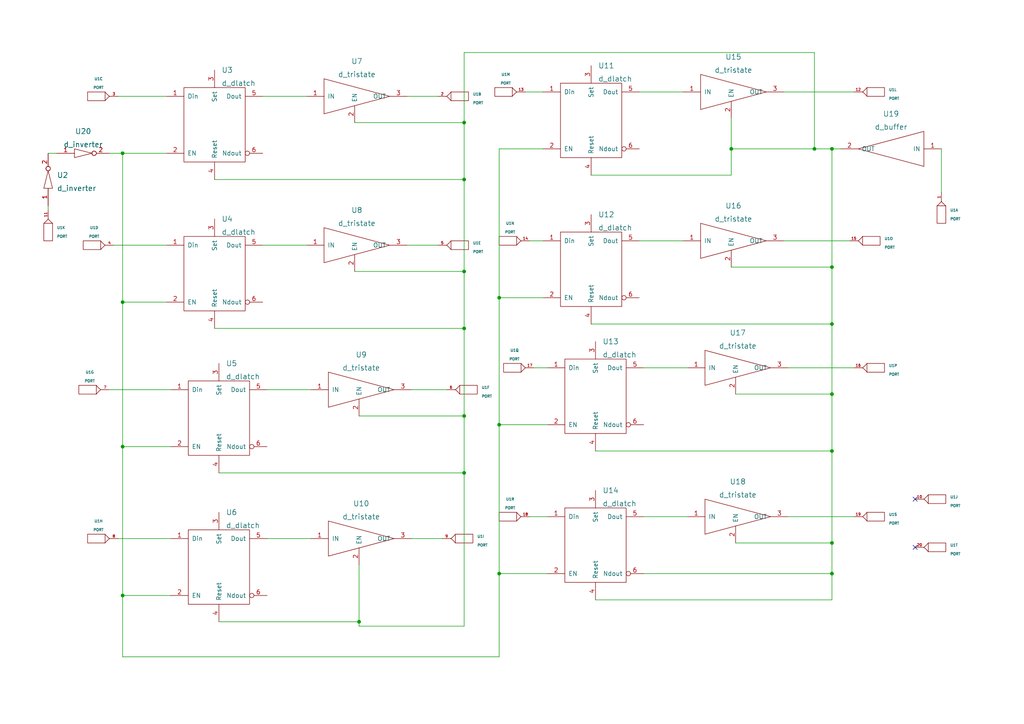
<source format=kicad_sch>
(kicad_sch (version 20211123) (generator eeschema)
  (paper "A4")
  (lib_symbols
    (symbol "eSim_Digital:d_buffer" (pin_names (offset 1.016))
      (property "Reference" "U" (at 0 -1.27 0))
      (property "Value" "d_buffer" (at 0 1.27 0))
      (symbol "d_buffer_0_1"
        (polyline (pts (xy -7.62 5.08) (xy -7.62 -5.08) (xy 11.43 0) (xy -7.62 5.08)))
      )
      (symbol "d_buffer_1_1"
        (pin input line (at -12.7 0 0) (length 5.08) (name "IN") (number "1"))
        (pin output line (at 16.51 0 180) (length 5.08) (name "OUT") (number "2"))
      )
    )
    (symbol "eSim_Digital:d_dlatch" (pin_names (offset 1.016))
      (property "Reference" "U" (at 0 0 0))
      (property "Value" "d_dlatch" (at 0 3.81 0))
      (symbol "d_dlatch_0_1"
        (rectangle (start 8.89 11.43) (end -8.89 -10.16))
      )
      (symbol "d_dlatch_1_1"
        (pin input line (at -13.97 8.89 0) (length 5.08) (name "Din") (number "1"))
        (pin input line (at -13.97 -7.62 0) (length 5.08) (name "EN") (number "2"))
        (pin input line (at 0 16.51 270) (length 5.08) (name "Set") (number "3"))
        (pin input line (at 0 -15.24 90) (length 5.08) (name "Reset") (number "4"))
        (pin output line (at 13.97 8.89 180) (length 5.08) (name "Dout") (number "5"))
        (pin output inverted (at 13.97 -7.62 180) (length 5.08) (name "Ndout") (number "6"))
      )
    )
    (symbol "eSim_Digital:d_inverter" (pin_names (offset 1.016))
      (property "Reference" "U" (at 0 -2.54 0))
      (property "Value" "d_inverter" (at 0 3.81 0))
      (symbol "d_inverter_0_1"
        (polyline (pts (xy -2.54 1.27) (xy -2.54 -1.27) (xy 2.54 0) (xy -2.54 1.27)))
      )
      (symbol "d_inverter_1_1"
        (pin input line (at -7.62 0 0) (length 5.08) (name "~") (number "1"))
        (pin output inverted (at 7.62 0 180) (length 5.08) (name "~") (number "2"))
      )
    )
    (symbol "eSim_Digital:d_tristate" (pin_names (offset 1.016))
      (property "Reference" "U" (at -6.35 6.35 0))
      (property "Value" "d_tristate" (at -5.08 11.43 0))
      (symbol "d_tristate_0_1"
        (polyline (pts (xy -10.16 13.97) (xy -10.16 3.81) (xy 8.89 8.89) (xy -10.16 13.97)))
      )
      (symbol "d_tristate_1_1"
        (pin input line (at -15.24 8.89 0) (length 5.08) (name "IN") (number "1"))
        (pin input line (at -1.27 1.27 90) (length 4.9022) (name "EN") (number "2"))
        (pin output line (at 13.97 8.89 180) (length 5.08) (name "OUT") (number "3"))
      )
    )
    (symbol "eSim_Miscellaneous:PORT" (pin_names (offset 1.016))
      (property "Reference" "U" (at 1.27 2.54 0))
      (property "Value" "PORT" (at 0 0 0))
      (symbol "PORT_0_1"
        (rectangle (start -2.54 1.27) (end 2.54 -1.27))
        (arc (start 2.54 1.27) (mid 3.1355 0.5955) (end 3.81 0))
        (arc (start 3.81 0) (mid 3.1447 -0.6046) (end 2.54 -1.27))
      )
      (symbol "PORT_1_1"
        (pin bidirectional line (at 6.35 0 180) (length 2.54) (name "~") (number "1"))
      )
      (symbol "PORT_2_1"
        (pin bidirectional line (at 6.35 0 180) (length 2.54) (name "~") (number "2"))
      )
      (symbol "PORT_3_1"
        (pin bidirectional line (at 6.35 0 180) (length 2.54) (name "~") (number "3"))
      )
      (symbol "PORT_4_1"
        (pin bidirectional line (at 6.35 0 180) (length 2.54) (name "~") (number "4"))
      )
      (symbol "PORT_5_1"
        (pin bidirectional line (at 6.35 0 180) (length 2.54) (name "~") (number "5"))
      )
      (symbol "PORT_6_1"
        (pin bidirectional line (at 6.35 0 180) (length 2.54) (name "~") (number "6"))
      )
      (symbol "PORT_7_1"
        (pin bidirectional line (at 6.35 0 180) (length 2.54) (name "~") (number "7"))
      )
      (symbol "PORT_8_1"
        (pin bidirectional line (at 6.35 0 180) (length 2.54) (name "~") (number "8"))
      )
      (symbol "PORT_9_1"
        (pin bidirectional line (at 6.35 0 180) (length 2.54) (name "~") (number "9"))
      )
      (symbol "PORT_10_1"
        (pin bidirectional line (at 6.35 0 180) (length 2.54) (name "~") (number "10"))
      )
      (symbol "PORT_11_1"
        (pin bidirectional line (at 6.35 0 180) (length 2.54) (name "~") (number "11"))
      )
      (symbol "PORT_12_1"
        (pin bidirectional line (at 6.35 0 180) (length 2.54) (name "~") (number "12"))
      )
      (symbol "PORT_13_1"
        (pin bidirectional line (at 6.35 0 180) (length 2.54) (name "~") (number "13"))
      )
      (symbol "PORT_14_1"
        (pin bidirectional line (at 6.35 0 180) (length 2.54) (name "~") (number "14"))
      )
      (symbol "PORT_15_1"
        (pin bidirectional line (at 6.35 0 180) (length 2.54) (name "~") (number "15"))
      )
      (symbol "PORT_16_1"
        (pin bidirectional line (at 6.35 0 180) (length 2.54) (name "~") (number "16"))
      )
      (symbol "PORT_17_1"
        (pin bidirectional line (at 6.35 0 180) (length 2.54) (name "~") (number "17"))
      )
      (symbol "PORT_18_1"
        (pin bidirectional line (at 6.35 0 180) (length 2.54) (name "~") (number "18"))
      )
      (symbol "PORT_19_1"
        (pin bidirectional line (at 6.35 0 180) (length 2.54) (name "~") (number "19"))
      )
      (symbol "PORT_20_1"
        (pin bidirectional line (at 6.35 0 180) (length 2.54) (name "~") (number "20"))
      )
      (symbol "PORT_21_1"
        (pin bidirectional line (at 6.35 0 180) (length 2.54) (name "~") (number "21"))
      )
      (symbol "PORT_22_1"
        (pin bidirectional line (at 6.35 0 180) (length 2.54) (name "~") (number "22"))
      )
      (symbol "PORT_23_1"
        (pin bidirectional line (at 6.35 0 180) (length 2.54) (name "~") (number "23"))
      )
      (symbol "PORT_24_1"
        (pin bidirectional line (at 6.35 0 180) (length 2.54) (name "~") (number "24"))
      )
      (symbol "PORT_25_1"
        (pin bidirectional line (at 6.35 0 180) (length 2.54) (name "~") (number "25"))
      )
      (symbol "PORT_26_1"
        (pin bidirectional line (at 6.35 0 180) (length 2.54) (name "~") (number "26"))
      )
    )
  )
  (junction (at 241.3 157.48))
  (junction (at 144.78 86.36))
  (junction (at 241.3 43.18))
  (junction (at 35.56 87.63))
  (junction (at 134.62 52.07))
  (junction (at 104.14 180.34))
  (junction (at 35.56 44.45))
  (junction (at 134.62 95.25))
  (junction (at 134.62 120.65))
  (junction (at 144.78 123.19))
  (junction (at 241.3 114.3))
  (junction (at 134.62 137.16))
  (junction (at 35.56 129.54))
  (junction (at 212.09 43.18))
  (junction (at 35.56 172.72))
  (junction (at 134.62 78.74))
  (junction (at 144.78 166.37))
  (junction (at 241.3 77.47))
  (junction (at 236.22 43.18))
  (junction (at 241.3 166.37))
  (junction (at 241.3 93.98))
  (junction (at 241.3 130.81))
  (junction (at 134.62 35.56))
  (no_connect (at 265.43 158.75))
  (no_connect (at 265.43 144.78))
  (wire (pts (xy 77.47 156.21) (xy 90.17 156.21)))
  (wire (pts (xy 134.62 52.07) (xy 134.62 78.74)))
  (wire (pts (xy 134.62 35.56) (xy 134.62 15.24)))
  (wire (pts (xy 134.62 95.25) (xy 134.62 120.65)))
  (wire (pts (xy 241.3 93.98) (xy 241.3 77.47)))
  (wire (pts (xy 212.09 50.8) (xy 212.09 43.18)))
  (wire (pts (xy 157.48 43.18) (xy 144.78 43.18)))
  (wire (pts (xy 77.47 113.03) (xy 90.17 113.03)))
  (wire (pts (xy 144.78 86.36) (xy 157.48 86.36)))
  (wire (pts (xy 186.69 106.68) (xy 199.39 106.68)))
  (wire (pts (xy 35.56 172.72) (xy 49.53 172.72)))
  (wire (pts (xy 241.3 77.47) (xy 241.3 43.18)))
  (wire (pts (xy 35.56 44.45) (xy 48.26 44.45)))
  (wire (pts (xy 171.45 93.98) (xy 241.3 93.98)))
  (wire (pts (xy 102.87 35.56) (xy 134.62 35.56)))
  (wire (pts (xy 118.11 27.94) (xy 127 27.94)))
  (wire (pts (xy 228.6 149.86) (xy 247.65 149.86)))
  (wire (pts (xy 102.87 78.74) (xy 134.62 78.74)))
  (wire (pts (xy 171.45 50.8) (xy 212.09 50.8)))
  (wire (pts (xy 144.78 86.36) (xy 144.78 123.19)))
  (wire (pts (xy 63.5 137.16) (xy 134.62 137.16)))
  (wire (pts (xy 144.78 166.37) (xy 158.75 166.37)))
  (wire (pts (xy 13.97 44.45) (xy 16.51 44.45)))
  (wire (pts (xy 119.38 156.21) (xy 128.27 156.21)))
  (wire (pts (xy 241.3 173.99) (xy 241.3 166.37)))
  (wire (pts (xy 144.78 123.19) (xy 144.78 166.37)))
  (wire (pts (xy 236.22 43.18) (xy 212.09 43.18)))
  (wire (pts (xy 241.3 130.81) (xy 241.3 114.3)))
  (wire (pts (xy 104.14 180.34) (xy 104.14 181.61)))
  (wire (pts (xy 31.75 113.03) (xy 49.53 113.03)))
  (wire (pts (xy 35.56 44.45) (xy 35.56 87.63)))
  (wire (pts (xy 76.2 27.94) (xy 88.9 27.94)))
  (wire (pts (xy 104.14 181.61) (xy 134.62 181.61)))
  (wire (pts (xy 144.78 43.18) (xy 144.78 86.36)))
  (wire (pts (xy 212.09 43.18) (xy 212.09 34.29)))
  (wire (pts (xy 62.23 95.25) (xy 134.62 95.25)))
  (wire (pts (xy 34.29 27.94) (xy 48.26 27.94)))
  (wire (pts (xy 213.36 114.3) (xy 241.3 114.3)))
  (wire (pts (xy 241.3 114.3) (xy 241.3 93.98)))
  (wire (pts (xy 241.3 157.48) (xy 241.3 130.81)))
  (wire (pts (xy 172.72 130.81) (xy 241.3 130.81)))
  (wire (pts (xy 104.14 120.65) (xy 134.62 120.65)))
  (wire (pts (xy 63.5 180.34) (xy 104.14 180.34)))
  (wire (pts (xy 35.56 87.63) (xy 35.56 129.54)))
  (wire (pts (xy 186.69 166.37) (xy 241.3 166.37)))
  (wire (pts (xy 144.78 123.19) (xy 158.75 123.19)))
  (wire (pts (xy 31.75 44.45) (xy 35.56 44.45)))
  (wire (pts (xy 34.29 156.21) (xy 49.53 156.21)))
  (wire (pts (xy 144.78 166.37) (xy 144.78 190.5)))
  (wire (pts (xy 118.11 71.12) (xy 127 71.12)))
  (wire (pts (xy 76.2 71.12) (xy 88.9 71.12)))
  (wire (pts (xy 62.23 52.07) (xy 134.62 52.07)))
  (wire (pts (xy 172.72 173.99) (xy 241.3 173.99)))
  (wire (pts (xy 227.33 69.85) (xy 246.38 69.85)))
  (wire (pts (xy 236.22 15.24) (xy 236.22 43.18)))
  (wire (pts (xy 213.36 157.48) (xy 241.3 157.48)))
  (wire (pts (xy 35.56 129.54) (xy 49.53 129.54)))
  (wire (pts (xy 186.69 149.86) (xy 199.39 149.86)))
  (wire (pts (xy 273.05 43.18) (xy 273.05 55.88)))
  (wire (pts (xy 241.3 166.37) (xy 241.3 157.48)))
  (wire (pts (xy 228.6 106.68) (xy 247.65 106.68)))
  (wire (pts (xy 153.67 69.85) (xy 157.48 69.85)))
  (wire (pts (xy 227.33 26.67) (xy 247.65 26.67)))
  (wire (pts (xy 144.78 190.5) (xy 35.56 190.5)))
  (wire (pts (xy 104.14 163.83) (xy 104.14 180.34)))
  (wire (pts (xy 241.3 43.18) (xy 236.22 43.18)))
  (wire (pts (xy 134.62 120.65) (xy 134.62 137.16)))
  (wire (pts (xy 154.94 106.68) (xy 158.75 106.68)))
  (wire (pts (xy 13.97 59.69) (xy 13.97 60.96)))
  (wire (pts (xy 134.62 52.07) (xy 134.62 35.56)))
  (wire (pts (xy 35.56 172.72) (xy 35.56 190.5)))
  (wire (pts (xy 134.62 137.16) (xy 134.62 181.61)))
  (wire (pts (xy 153.67 149.86) (xy 158.75 149.86)))
  (wire (pts (xy 243.84 43.18) (xy 241.3 43.18)))
  (wire (pts (xy 134.62 15.24) (xy 236.22 15.24)))
  (wire (pts (xy 35.56 129.54) (xy 35.56 172.72)))
  (wire (pts (xy 185.42 69.85) (xy 198.12 69.85)))
  (wire (pts (xy 185.42 26.67) (xy 198.12 26.67)))
  (wire (pts (xy 119.38 113.03) (xy 129.54 113.03)))
  (wire (pts (xy 212.09 77.47) (xy 241.3 77.47)))
  (wire (pts (xy 134.62 78.74) (xy 134.62 95.25)))
  (wire (pts (xy 33.02 71.12) (xy 48.26 71.12)))
  (wire (pts (xy 35.56 87.63) (xy 48.26 87.63)))
  (wire (pts (xy 152.4 26.67) (xy 157.48 26.67)))
  (symbol (lib_id "eSim_Digital:d_tristate") (at 104.14 80.01 0) (unit 1)
    (property "Reference" "U8" (at 103.505 60.96 0) (effects (font (size 1.524 1.524))))
    (property "Value" "d_tristate" (at 103.505 64.77 0) (effects (font (size 1.524 1.524))))
  )
  (symbol (lib_id "eSim_Digital:d_dlatch") (at 172.72 158.75 0) (unit 1)
    (property "Reference" "U14" (at 174.7394 142.24 0) (effects (font (size 1.524 1.524)) (justify left)))
    (property "Value" "d_dlatch" (at 174.7394 146.05 0) (effects (font (size 1.524 1.524)) (justify left)))
  )
  (symbol (lib_id "eSim_Digital:d_tristate") (at 214.63 115.57 0) (unit 1)
    (property "Reference" "U17" (at 213.995 96.52 0) (effects (font (size 1.524 1.524))))
    (property "Value" "d_tristate" (at 213.995 100.33 0) (effects (font (size 1.524 1.524))))
  )
  (symbol (lib_id "eSim_Digital:d_tristate") (at 213.36 35.56 0) (unit 1)
    (property "Reference" "U15" (at 212.725 16.51 0) (effects (font (size 1.524 1.524))))
    (property "Value" "d_tristate" (at 212.725 20.32 0) (effects (font (size 1.524 1.524))))
  )
  (symbol (lib_id "eSim_Miscellaneous:PORT") (at 27.94 27.94 0) (unit 3)
    (property "Reference" "U1" (at 28.575 22.86 0) (effects (font (size 0.762 0.762))))
    (property "Value" "PORT" (at 28.575 25.4 0) (effects (font (size 0.762 0.762))))
  )
  (symbol (lib_id "eSim_Miscellaneous:PORT") (at 254 106.68 180) (unit 16)
    (property "Reference" "U1" (at 257.81 106.045 0) (effects (font (size 0.762 0.762)) (justify right)))
    (property "Value" "PORT" (at 257.81 108.585 0) (effects (font (size 0.762 0.762)) (justify right)))
  )
  (symbol (lib_id "eSim_Digital:d_dlatch") (at 172.72 115.57 0) (unit 1)
    (property "Reference" "U13" (at 174.7394 99.06 0) (effects (font (size 1.524 1.524)) (justify left)))
    (property "Value" "d_dlatch" (at 174.7394 102.87 0) (effects (font (size 1.524 1.524)) (justify left)))
  )
  (symbol (lib_id "eSim_Digital:d_tristate") (at 213.36 78.74 0) (unit 1)
    (property "Reference" "U16" (at 212.725 59.69 0) (effects (font (size 1.524 1.524))))
    (property "Value" "d_tristate" (at 212.725 63.5 0) (effects (font (size 1.524 1.524))))
  )
  (symbol (lib_id "eSim_Miscellaneous:PORT") (at 148.59 106.68 0) (unit 17)
    (property "Reference" "U1" (at 149.225 101.6 0) (effects (font (size 0.762 0.762))))
    (property "Value" "PORT" (at 149.225 104.14 0) (effects (font (size 0.762 0.762))))
  )
  (symbol (lib_id "eSim_Miscellaneous:PORT") (at 146.05 26.67 0) (unit 13)
    (property "Reference" "U1" (at 146.685 21.59 0) (effects (font (size 0.762 0.762))))
    (property "Value" "PORT" (at 146.685 24.13 0) (effects (font (size 0.762 0.762))))
  )
  (symbol (lib_id "eSim_Miscellaneous:PORT") (at 133.35 27.94 180) (unit 2)
    (property "Reference" "U1" (at 137.16 27.305 0) (effects (font (size 0.762 0.762)) (justify right)))
    (property "Value" "PORT" (at 137.16 29.845 0) (effects (font (size 0.762 0.762)) (justify right)))
  )
  (symbol (lib_id "eSim_Miscellaneous:PORT") (at 252.73 69.85 180) (unit 15)
    (property "Reference" "U1" (at 256.54 69.215 0) (effects (font (size 0.762 0.762)) (justify right)))
    (property "Value" "PORT" (at 256.54 71.755 0) (effects (font (size 0.762 0.762)) (justify right)))
  )
  (symbol (lib_id "eSim_Miscellaneous:PORT") (at 13.97 67.31 90) (unit 11)
    (property "Reference" "U1" (at 16.51 66.04 90) (effects (font (size 0.762 0.762)) (justify right)))
    (property "Value" "PORT" (at 16.51 68.58 90) (effects (font (size 0.762 0.762)) (justify right)))
  )
  (symbol (lib_id "eSim_Miscellaneous:PORT") (at 147.32 149.86 0) (unit 18)
    (property "Reference" "U1" (at 147.955 144.78 0) (effects (font (size 0.762 0.762))))
    (property "Value" "PORT" (at 147.955 147.32 0) (effects (font (size 0.762 0.762))))
  )
  (symbol (lib_id "eSim_Digital:d_inverter") (at 24.13 44.45 0) (unit 1)
    (property "Reference" "U20" (at 24.13 38.1 0) (effects (font (size 1.524 1.524))))
    (property "Value" "d_inverter" (at 24.13 41.91 0) (effects (font (size 1.524 1.524))))
  )
  (symbol (lib_id "eSim_Miscellaneous:PORT") (at 135.89 113.03 180) (unit 6)
    (property "Reference" "U1" (at 139.7 112.395 0) (effects (font (size 0.762 0.762)) (justify right)))
    (property "Value" "PORT" (at 139.7 114.935 0) (effects (font (size 0.762 0.762)) (justify right)))
  )
  (symbol (lib_id "eSim_Miscellaneous:PORT") (at 271.78 144.78 180) (unit 10)
    (property "Reference" "U1" (at 275.59 144.145 0) (effects (font (size 0.762 0.762)) (justify right)))
    (property "Value" "PORT" (at 275.59 146.685 0) (effects (font (size 0.762 0.762)) (justify right)))
  )
  (symbol (lib_id "eSim_Digital:d_inverter") (at 13.97 52.07 90) (unit 1)
    (property "Reference" "U2" (at 16.51 50.8 90) (effects (font (size 1.524 1.524)) (justify right)))
    (property "Value" "d_inverter" (at 16.51 54.61 90) (effects (font (size 1.524 1.524)) (justify right)))
  )
  (symbol (lib_id "eSim_Digital:d_tristate") (at 104.14 36.83 0) (unit 1)
    (property "Reference" "U7" (at 103.505 17.78 0) (effects (font (size 1.524 1.524))))
    (property "Value" "d_tristate" (at 103.505 21.59 0) (effects (font (size 1.524 1.524))))
  )
  (symbol (lib_id "eSim_Digital:d_dlatch") (at 63.5 165.1 0) (unit 1)
    (property "Reference" "U6" (at 65.5194 148.59 0) (effects (font (size 1.524 1.524)) (justify left)))
    (property "Value" "d_dlatch" (at 65.5194 152.4 0) (effects (font (size 1.524 1.524)) (justify left)))
  )
  (symbol (lib_id "eSim_Miscellaneous:PORT") (at 273.05 62.23 90) (unit 1)
    (property "Reference" "U1" (at 275.59 60.96 90) (effects (font (size 0.762 0.762)) (justify right)))
    (property "Value" "PORT" (at 275.59 63.5 90) (effects (font (size 0.762 0.762)) (justify right)))
  )
  (symbol (lib_id "eSim_Miscellaneous:PORT") (at 254 149.86 180) (unit 19)
    (property "Reference" "U1" (at 257.81 149.225 0) (effects (font (size 0.762 0.762)) (justify right)))
    (property "Value" "PORT" (at 257.81 151.765 0) (effects (font (size 0.762 0.762)) (justify right)))
  )
  (symbol (lib_id "eSim_Miscellaneous:PORT") (at 134.62 156.21 180) (unit 9)
    (property "Reference" "U1" (at 138.43 155.575 0) (effects (font (size 0.762 0.762)) (justify right)))
    (property "Value" "PORT" (at 138.43 158.115 0) (effects (font (size 0.762 0.762)) (justify right)))
  )
  (symbol (lib_id "eSim_Miscellaneous:PORT") (at 133.35 71.12 180) (unit 5)
    (property "Reference" "U1" (at 137.16 70.485 0) (effects (font (size 0.762 0.762)) (justify right)))
    (property "Value" "PORT" (at 137.16 73.025 0) (effects (font (size 0.762 0.762)) (justify right)))
  )
  (symbol (lib_id "eSim_Digital:d_dlatch") (at 171.45 35.56 0) (unit 1)
    (property "Reference" "U11" (at 173.4694 19.05 0) (effects (font (size 1.524 1.524)) (justify left)))
    (property "Value" "d_dlatch" (at 173.4694 22.86 0) (effects (font (size 1.524 1.524)) (justify left)))
  )
  (symbol (lib_id "eSim_Digital:d_tristate") (at 105.41 165.1 0) (unit 1)
    (property "Reference" "U10" (at 104.775 146.05 0) (effects (font (size 1.524 1.524))))
    (property "Value" "d_tristate" (at 104.775 149.86 0) (effects (font (size 1.524 1.524))))
  )
  (symbol (lib_id "eSim_Digital:d_tristate") (at 214.63 158.75 0) (unit 1)
    (property "Reference" "U18" (at 213.995 139.7 0) (effects (font (size 1.524 1.524))))
    (property "Value" "d_tristate" (at 213.995 143.51 0) (effects (font (size 1.524 1.524))))
  )
  (symbol (lib_id "eSim_Miscellaneous:PORT") (at 254 26.67 180) (unit 12)
    (property "Reference" "U1" (at 257.81 26.035 0) (effects (font (size 0.762 0.762)) (justify right)))
    (property "Value" "PORT" (at 257.81 28.575 0) (effects (font (size 0.762 0.762)) (justify right)))
  )
  (symbol (lib_id "eSim_Miscellaneous:PORT") (at 26.67 71.12 0) (unit 4)
    (property "Reference" "U1" (at 27.305 66.04 0) (effects (font (size 0.762 0.762))))
    (property "Value" "PORT" (at 27.305 68.58 0) (effects (font (size 0.762 0.762))))
  )
  (symbol (lib_id "eSim_Digital:d_dlatch") (at 63.5 121.92 0) (unit 1)
    (property "Reference" "U5" (at 65.5194 105.41 0) (effects (font (size 1.524 1.524)) (justify left)))
    (property "Value" "d_dlatch" (at 65.5194 109.22 0) (effects (font (size 1.524 1.524)) (justify left)))
  )
  (symbol (lib_id "eSim_Miscellaneous:PORT") (at 25.4 113.03 0) (unit 7)
    (property "Reference" "U1" (at 26.035 107.95 0) (effects (font (size 0.762 0.762))))
    (property "Value" "PORT" (at 26.035 110.49 0) (effects (font (size 0.762 0.762))))
  )
  (symbol (lib_id "eSim_Digital:d_dlatch") (at 62.23 80.01 0) (unit 1)
    (property "Reference" "U4" (at 64.2494 63.5 0) (effects (font (size 1.524 1.524)) (justify left)))
    (property "Value" "d_dlatch" (at 64.2494 67.31 0) (effects (font (size 1.524 1.524)) (justify left)))
  )
  (symbol (lib_id "eSim_Digital:d_tristate") (at 105.41 121.92 0) (unit 1)
    (property "Reference" "U9" (at 104.775 102.87 0) (effects (font (size 1.524 1.524))))
    (property "Value" "d_tristate" (at 104.775 106.68 0) (effects (font (size 1.524 1.524))))
  )
  (symbol (lib_id "eSim_Miscellaneous:PORT") (at 27.94 156.21 0) (unit 8)
    (property "Reference" "U1" (at 28.575 151.13 0) (effects (font (size 0.762 0.762))))
    (property "Value" "PORT" (at 28.575 153.67 0) (effects (font (size 0.762 0.762))))
  )
  (symbol (lib_id "eSim_Digital:d_dlatch") (at 62.23 36.83 0) (unit 1)
    (property "Reference" "U3" (at 64.2494 20.32 0) (effects (font (size 1.524 1.524)) (justify left)))
    (property "Value" "d_dlatch" (at 64.2494 24.13 0) (effects (font (size 1.524 1.524)) (justify left)))
  )
  (symbol (lib_id "eSim_Miscellaneous:PORT") (at 147.32 69.85 0) (unit 14)
    (property "Reference" "U1" (at 147.955 64.77 0) (effects (font (size 0.762 0.762))))
    (property "Value" "PORT" (at 147.955 67.31 0) (effects (font (size 0.762 0.762))))
  )
  (symbol (lib_id "eSim_Miscellaneous:PORT") (at 271.78 158.75 180) (unit 20)
    (property "Reference" "U1" (at 275.59 158.115 0) (effects (font (size 0.762 0.762)) (justify right)))
    (property "Value" "PORT" (at 275.59 160.655 0) (effects (font (size 0.762 0.762)) (justify right)))
  )
  (symbol (lib_id "eSim_Digital:d_buffer") (at 260.35 43.18 180) (unit 1)
    (property "Reference" "U19" (at 258.445 33.02 0) (effects (font (size 1.524 1.524))))
    (property "Value" "d_buffer" (at 258.445 36.83 0) (effects (font (size 1.524 1.524))))
  )
  (symbol (lib_id "eSim_Digital:d_dlatch") (at 171.45 78.74 0) (unit 1)
    (property "Reference" "U12" (at 173.4694 62.23 0) (effects (font (size 1.524 1.524)) (justify left)))
    (property "Value" "d_dlatch" (at 173.4694 66.04 0) (effects (font (size 1.524 1.524)) (justify left)))
  )
)
</source>
